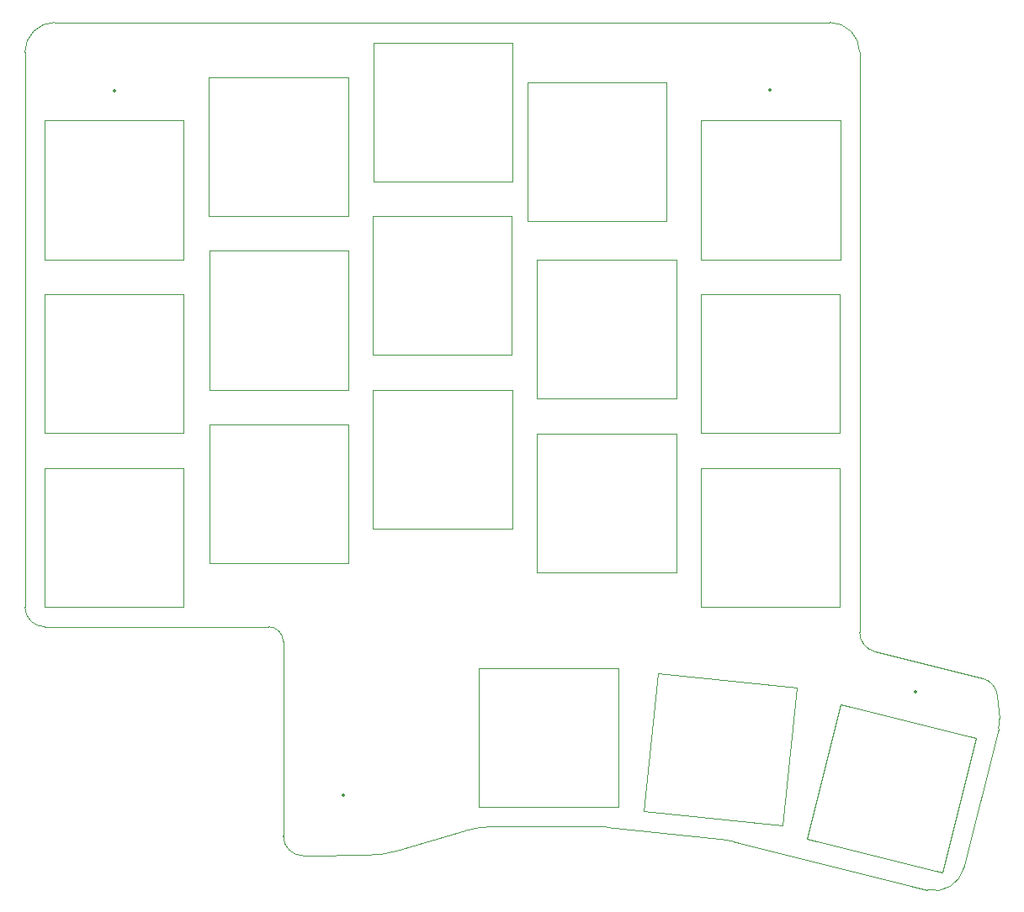
<source format=gbl>
%TF.GenerationSoftware,KiCad,Pcbnew,(6.0.6)*%
%TF.CreationDate,2022-11-03T11:36:09+09:00*%
%TF.ProjectId,top_palte__split-mini,746f705f-7061-46c7-9465-5f5f73706c69,rev?*%
%TF.SameCoordinates,Original*%
%TF.FileFunction,Copper,L2,Bot*%
%TF.FilePolarity,Positive*%
%FSLAX46Y46*%
G04 Gerber Fmt 4.6, Leading zero omitted, Abs format (unit mm)*
G04 Created by KiCad (PCBNEW (6.0.6)) date 2022-11-03 11:36:09*
%MOMM*%
%LPD*%
G01*
G04 APERTURE LIST*
%TA.AperFunction,Profile*%
%ADD10C,0.100000*%
%TD*%
%TA.AperFunction,Profile*%
%ADD11C,0.120000*%
%TD*%
%ADD12C,0.350000*%
G04 APERTURE END LIST*
D10*
X103499999Y-66956660D02*
X103499999Y-80337986D01*
X103500001Y-21909999D02*
G75*
G03*
X100499999Y-18909999I-3000001J-1D01*
G01*
X117356575Y-86746885D02*
G75*
G03*
X115847908Y-84979237I-1992475J-172915D01*
G01*
X90766975Y-101399358D02*
X110333373Y-106277809D01*
X45500001Y-81284999D02*
G75*
G03*
X43999999Y-79784999I-1500001J-1D01*
G01*
X22499999Y-18909999D02*
G75*
G03*
X19499999Y-21909999I1J-3000001D01*
G01*
X78048910Y-99964780D02*
X89393041Y-101157096D01*
X66672191Y-99909999D02*
X77003625Y-99909999D01*
X19499999Y-21909999D02*
X19499999Y-77784999D01*
X66672191Y-99910009D02*
G75*
G03*
X63837183Y-100320279I9J-10000291D01*
G01*
X113970026Y-104092687D02*
X117477659Y-90024340D01*
X45500005Y-100854795D02*
G75*
G03*
X47521335Y-102854681I1999995J-5D01*
G01*
X117477644Y-90024336D02*
G75*
G03*
X117555534Y-89039159I-2911244J725836D01*
G01*
X105016155Y-82278578D02*
X115847908Y-84979237D01*
X103499999Y-66956660D02*
X103499999Y-21909999D01*
X78048910Y-99964779D02*
G75*
G03*
X77003625Y-99909999I-1045210J-9944021D01*
G01*
X90766976Y-101399353D02*
G75*
G03*
X89393041Y-101157096I-2419076J-9702347D01*
G01*
X117356572Y-86746885D02*
X117555534Y-89039159D01*
X54052808Y-102785001D02*
G75*
G03*
X56887815Y-102374719I-8J10000001D01*
G01*
X103500034Y-80337986D02*
G75*
G03*
X105016155Y-82278578I1999866J-114D01*
G01*
X47521335Y-102854681D02*
X54052808Y-102784999D01*
X100499999Y-18909999D02*
X22499999Y-18909999D01*
X45499999Y-81284999D02*
X45499999Y-100854795D01*
X110333365Y-106277839D02*
G75*
G03*
X113970026Y-104092687I725735J2910939D01*
G01*
X56887815Y-102374719D02*
X63837183Y-100320279D01*
X21499999Y-79784999D02*
X43999999Y-79784999D01*
X19500001Y-77784999D02*
G75*
G03*
X21499999Y-79784999I1999999J-1D01*
G01*
D11*
%TO.C,SW6*%
X21480000Y-46290000D02*
X21480000Y-60290000D01*
X21480000Y-60290000D02*
X35480000Y-60290000D01*
X35480000Y-60290000D02*
X35480000Y-46290000D01*
X35480000Y-46290000D02*
X21480000Y-46290000D01*
%TO.C,SW11*%
X21490000Y-63790000D02*
X21490000Y-77790000D01*
X35490000Y-63790000D02*
X21490000Y-63790000D01*
X21490000Y-77790000D02*
X35490000Y-77790000D01*
X35490000Y-77790000D02*
X35490000Y-63790000D01*
%TO.C,SW9*%
X85040000Y-42800000D02*
X71040000Y-42800000D01*
X85040000Y-56800000D02*
X85040000Y-42800000D01*
X71040000Y-42800000D02*
X71040000Y-56800000D01*
X71040000Y-56800000D02*
X85040000Y-56800000D01*
%TO.C,SW3*%
X68580000Y-34960000D02*
X68580000Y-20960000D01*
X54580000Y-34960000D02*
X68580000Y-34960000D01*
X54580000Y-20960000D02*
X54580000Y-34960000D01*
X68580000Y-20960000D02*
X54580000Y-20960000D01*
%TO.C,SW5*%
X101540000Y-42780000D02*
X101540000Y-28780000D01*
X87540000Y-42780000D02*
X101540000Y-42780000D01*
X101540000Y-28780000D02*
X87540000Y-28780000D01*
X87540000Y-28780000D02*
X87540000Y-42780000D01*
%TO.C,SW15*%
X101520000Y-77780000D02*
X101520000Y-63780000D01*
X87520000Y-63780000D02*
X87520000Y-77780000D01*
X101520000Y-63780000D02*
X87520000Y-63780000D01*
X87520000Y-77780000D02*
X101520000Y-77780000D01*
%TO.C,SW7*%
X52040000Y-55900000D02*
X52040000Y-41900000D01*
X52040000Y-41900000D02*
X38040000Y-41900000D01*
X38040000Y-55900000D02*
X52040000Y-55900000D01*
X38040000Y-41900000D02*
X38040000Y-55900000D01*
%TO.C,SW16*%
X79191200Y-83920900D02*
X65191200Y-83920900D01*
X65191200Y-97920900D02*
X79191200Y-97920900D01*
X79191200Y-97920900D02*
X79191200Y-83920900D01*
X65191200Y-83920900D02*
X65191200Y-97920900D01*
%TO.C,SW18*%
X98204777Y-101178517D02*
X111788917Y-104565423D01*
X115175823Y-90981283D02*
X101591683Y-87594377D01*
X111788917Y-104565423D02*
X115175823Y-90981283D01*
X101591683Y-87594377D02*
X98204777Y-101178517D01*
%TO.C,SW8*%
X68490000Y-52390000D02*
X68490000Y-38390000D01*
X68490000Y-38390000D02*
X54490000Y-38390000D01*
X54490000Y-38390000D02*
X54490000Y-52390000D01*
X54490000Y-52390000D02*
X68490000Y-52390000D01*
%TO.C,SW17*%
X83244146Y-84434247D02*
X81780747Y-98357554D01*
X97167453Y-85897646D02*
X83244146Y-84434247D01*
X81780747Y-98357554D02*
X95704054Y-99820953D01*
X95704054Y-99820953D02*
X97167453Y-85897646D01*
%TO.C,SW10*%
X87530000Y-46290000D02*
X87530000Y-60290000D01*
X87530000Y-60290000D02*
X101530000Y-60290000D01*
X101530000Y-46290000D02*
X87530000Y-46290000D01*
X101530000Y-60290000D02*
X101530000Y-46290000D01*
%TO.C,SW2*%
X52010000Y-38440000D02*
X52010000Y-24440000D01*
X52010000Y-24440000D02*
X38010000Y-24440000D01*
X38010000Y-38440000D02*
X52010000Y-38440000D01*
X38010000Y-24440000D02*
X38010000Y-38440000D01*
%TO.C,SW13*%
X68520000Y-69910000D02*
X68520000Y-55910000D01*
X54520000Y-69910000D02*
X68520000Y-69910000D01*
X54520000Y-55910000D02*
X54520000Y-69910000D01*
X68520000Y-55910000D02*
X54520000Y-55910000D01*
%TO.C,SW12*%
X52040000Y-73390000D02*
X52040000Y-59390000D01*
X52040000Y-59390000D02*
X38040000Y-59390000D01*
X38040000Y-73390000D02*
X52040000Y-73390000D01*
X38040000Y-59390000D02*
X38040000Y-73390000D01*
%TO.C,SW14*%
X71030000Y-60300000D02*
X71030000Y-74300000D01*
X85030000Y-74300000D02*
X85030000Y-60300000D01*
X71030000Y-74300000D02*
X85030000Y-74300000D01*
X85030000Y-60300000D02*
X71030000Y-60300000D01*
%TO.C,SW1*%
X35480000Y-28790000D02*
X21480000Y-28790000D01*
X21480000Y-28790000D02*
X21480000Y-42790000D01*
X21480000Y-42790000D02*
X35480000Y-42790000D01*
X35480000Y-42790000D02*
X35480000Y-28790000D01*
%TO.C,SW4*%
X70040000Y-38920000D02*
X84040000Y-38920000D01*
X70040000Y-24920000D02*
X70040000Y-38920000D01*
X84040000Y-24920000D02*
X70040000Y-24920000D01*
X84040000Y-38920000D02*
X84040000Y-24920000D01*
%TD*%
D12*
X109130000Y-86360000D03*
X51500000Y-96760000D03*
X94500000Y-25740000D03*
X28520000Y-25760000D03*
M02*

</source>
